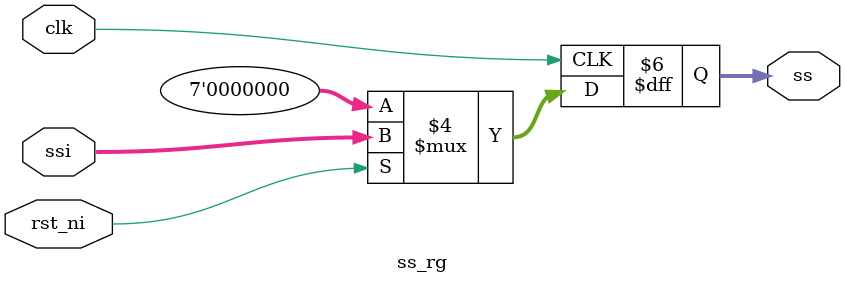
<source format=sv>
module ss_rg (
	input clk, rst_ni,
	input [6:0] ssi,
	output reg [6:0] ss
);

	always @(posedge clk) begin
		if(!rst_ni)
			ss <= 7'h00;
		else
			ss <= ssi;
	end

endmodule

</source>
